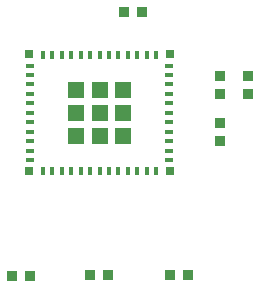
<source format=gbr>
%TF.GenerationSoftware,Altium Limited,Altium Designer,22.0.2 (36)*%
G04 Layer_Color=8421504*
%FSLAX45Y45*%
%MOMM*%
%TF.SameCoordinates,235A8577-C031-4008-B0C2-8E77F4E3A316*%
%TF.FilePolarity,Positive*%
%TF.FileFunction,Paste,Top*%
%TF.Part,Single*%
G01*
G75*
%TA.AperFunction,SMDPad,CuDef*%
%ADD10R,0.90000X0.90000*%
%ADD11R,0.90000X0.90000*%
%TA.AperFunction,BGAPad,CuDef*%
%ADD12R,1.45000X1.45000*%
%TA.AperFunction,SMDPad,CuDef*%
%ADD13R,0.80000X0.40000*%
%ADD14R,0.40000X0.80000*%
%ADD15R,0.70000X0.70000*%
D10*
X2382400Y-8680000D02*
D03*
X2230000D02*
D03*
X2617600Y-10900000D02*
D03*
X2770000D02*
D03*
X1940000D02*
D03*
X2092400D02*
D03*
X1277600Y-10910000D02*
D03*
X1430000D02*
D03*
D11*
X3280000Y-9220000D02*
D03*
Y-9372400D02*
D03*
X3040000D02*
D03*
Y-9220000D02*
D03*
Y-9617600D02*
D03*
Y-9770000D02*
D03*
D12*
X2220084Y-9727500D02*
D03*
X2022700Y-9530000D02*
D03*
X1825200Y-9727500D02*
D03*
X2022700D02*
D03*
X2220084Y-9530000D02*
D03*
X2220200Y-9332500D02*
D03*
X2022700D02*
D03*
X1825200D02*
D03*
Y-9530000D02*
D03*
D13*
X2612700Y-9930000D02*
D03*
Y-9850000D02*
D03*
Y-9770000D02*
D03*
Y-9690000D02*
D03*
Y-9610000D02*
D03*
Y-9530000D02*
D03*
Y-9450000D02*
D03*
Y-9370000D02*
D03*
Y-9290000D02*
D03*
Y-9210000D02*
D03*
Y-9130000D02*
D03*
X1432700D02*
D03*
Y-9210000D02*
D03*
Y-9290000D02*
D03*
Y-9370000D02*
D03*
Y-9450000D02*
D03*
Y-9530000D02*
D03*
Y-9610000D02*
D03*
Y-9690000D02*
D03*
Y-9770000D02*
D03*
Y-9850000D02*
D03*
Y-9930000D02*
D03*
D14*
X2502700Y-9040000D02*
D03*
X2422700D02*
D03*
X2342700D02*
D03*
X2262700D02*
D03*
X2182700D02*
D03*
X2102700D02*
D03*
X2022700D02*
D03*
X1942700D02*
D03*
X1862700D02*
D03*
X1782700D02*
D03*
X1702700D02*
D03*
X1622700D02*
D03*
X1542700D02*
D03*
Y-10020000D02*
D03*
X1622700D02*
D03*
X1702700D02*
D03*
X1782700D02*
D03*
X1862700D02*
D03*
X1942700D02*
D03*
X2022700D02*
D03*
X2102700D02*
D03*
X2182700D02*
D03*
X2262700D02*
D03*
X2342700D02*
D03*
X2422700D02*
D03*
X2502700D02*
D03*
D15*
X2617700Y-10025000D02*
D03*
Y-9035000D02*
D03*
X1427700D02*
D03*
Y-10025000D02*
D03*
%TF.MD5,c82a17f520f9ff6696abaaa679786ce3*%
M02*

</source>
